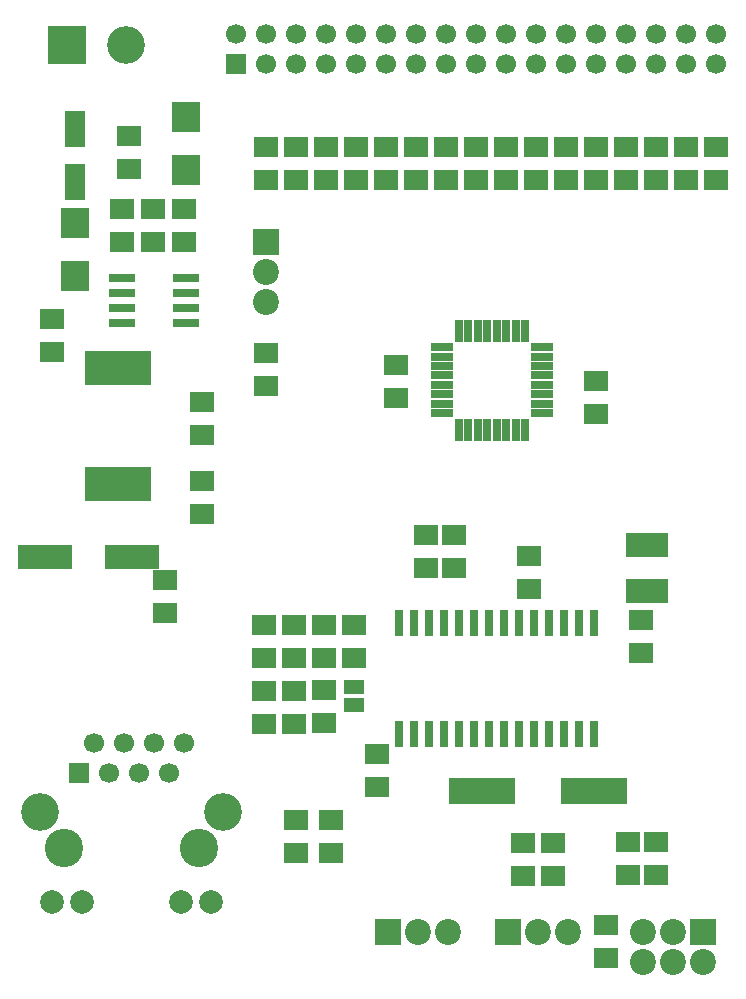
<source format=gbr>
G04 DipTrace 3.0.0.1*
G04 Top Mask.gbr*
%MOMM*%
G04 #@! TF.FileFunction,Soldermask,Top*
G04 #@! TF.Part,Single*
%ADD42C,2.0*%
%ADD48C,3.25*%
%ADD57R,5.7X2.2*%
%ADD59R,3.2X3.2*%
%ADD61C,2.2*%
%ADD62R,2.2X2.2*%
%ADD64C,1.6986*%
%ADD66R,1.6986X1.6986*%
%ADD68R,2.4X2.5*%
%ADD70R,2.2X0.8*%
%ADD72R,1.75X1.2*%
%ADD74R,5.6X3.0*%
%ADD77C,3.2*%
%ADD79C,1.7*%
%ADD81R,1.7X1.7*%
%ADD83R,0.8X2.2*%
%ADD85R,0.7X1.9*%
%ADD87R,1.9X0.7*%
%ADD89R,4.6X2.0*%
%ADD91R,3.6X2.1*%
%ADD93R,2.0X1.8*%
%ADD95R,1.8X3.15*%
%FSLAX35Y35*%
G04*
G71*
G90*
G75*
G01*
G04 TopMask*
%LPD*%
D95*
X936723Y-2016337D3*
Y-1566337D3*
D93*
X1397197Y-1905157D3*
Y-1625157D3*
X746203Y-3175333D3*
Y-3455333D3*
X3651250Y-3841750D3*
Y-3561750D3*
X5349877Y-3981750D3*
Y-3701750D3*
D91*
X5778500Y-5476877D3*
Y-5086877D3*
D93*
X1698803Y-5382190D3*
Y-5662190D3*
D89*
X682697Y-5191670D3*
X1422697D3*
D93*
X5730877Y-6000750D3*
Y-5720750D3*
X3048000Y-5765500D3*
Y-6045500D3*
Y-6598250D3*
Y-6318250D3*
X3492500Y-6858000D3*
Y-7138000D3*
X4731247Y-7890703D3*
Y-7610703D3*
X4985247Y-7890703D3*
Y-7610703D3*
D87*
X4048123Y-3413127D3*
Y-3493127D3*
Y-3573127D3*
Y-3653127D3*
Y-3733127D3*
Y-3813127D3*
Y-3893127D3*
Y-3973127D3*
D85*
X4188123Y-4113127D3*
X4268123D3*
X4348123D3*
X4428123D3*
X4508123D3*
X4588123D3*
X4668123D3*
X4748123D3*
D87*
X4888123Y-3973127D3*
Y-3893127D3*
Y-3813127D3*
Y-3733127D3*
Y-3653127D3*
Y-3573127D3*
Y-3493127D3*
Y-3413127D3*
D85*
X4748123Y-3273127D3*
X4668123D3*
X4588123D3*
X4508123D3*
X4428123D3*
X4348123D3*
X4268123D3*
X4188123D3*
D83*
X5334000Y-5746750D3*
X5207000D3*
X5080000D3*
X4953000D3*
X4826000D3*
X4699000D3*
X4572000D3*
X4445000D3*
X4318000D3*
X4191000D3*
X4064000D3*
X3937000D3*
X3810000D3*
X3683000D3*
Y-6686750D3*
X3810000D3*
X3937000D3*
X4064000D3*
X4191000D3*
X4318000D3*
X4445000D3*
X4572000D3*
X4699000D3*
X4826000D3*
X4953000D3*
X5080000D3*
X5207000D3*
X5334000D3*
D81*
X968477Y-7017487D3*
D79*
X1095477Y-6763487D3*
X1222477Y-7017487D3*
X1349477Y-6763487D3*
X1476477Y-7017487D3*
X1603477Y-6763487D3*
X1730477Y-7017487D3*
X1857477Y-6763487D3*
D77*
X638477Y-7347487D3*
X2187477D3*
D42*
X739477Y-8109487D3*
X993477D3*
X1832477D3*
X2086477D3*
D48*
X841477Y-7652487D3*
X1984477D3*
D74*
X1301887Y-3588127D3*
Y-4568127D3*
D72*
X3302000Y-6440873D3*
Y-6290873D3*
D93*
X2555877Y-2000250D3*
Y-1720250D3*
X2809877Y-2000250D3*
Y-1720250D3*
X3063877Y-2000250D3*
Y-1720250D3*
X3317877Y-2000250D3*
Y-1720250D3*
X3571877Y-2000250D3*
Y-1720250D3*
X3825877Y-2000250D3*
Y-1720250D3*
X4079877Y-2000250D3*
Y-1720250D3*
X4333877Y-2000250D3*
Y-1720250D3*
X4587877Y-2000250D3*
Y-1720250D3*
X4841877Y-2000250D3*
Y-1720250D3*
X5095873Y-2000250D3*
Y-1720250D3*
X5349877Y-2000250D3*
Y-1720250D3*
X5603877Y-2000250D3*
Y-1720250D3*
X5857877Y-2000250D3*
Y-1720250D3*
X6111877Y-2000250D3*
Y-1720250D3*
X6365877Y-2000250D3*
Y-1720250D3*
X1333697Y-2524390D3*
Y-2244390D3*
X1600693Y-2521513D3*
Y-2241513D3*
X1857570Y-2524390D3*
Y-2244390D3*
X2555873Y-3746500D3*
Y-3466500D3*
X2016127Y-4159250D3*
Y-3879250D3*
Y-4826000D3*
Y-4546000D3*
X3905250Y-5003500D3*
Y-5283500D3*
X4143373D3*
Y-5003500D3*
X4778373Y-5461000D3*
Y-5181000D3*
X2540000Y-5765500D3*
Y-6045500D3*
X2794000Y-5765500D3*
Y-6045500D3*
X3302000D3*
Y-5765500D3*
X2540000Y-6601127D3*
Y-6321127D3*
X2794000Y-6601127D3*
Y-6321127D3*
X5619750Y-7604127D3*
Y-7884127D3*
X5857877Y-7604127D3*
Y-7884127D3*
X2810170Y-7700183D3*
Y-7420183D3*
X3108937Y-7697293D3*
Y-7417293D3*
X5429820Y-8589277D3*
Y-8309277D3*
D70*
X1333640Y-2826047D3*
Y-2953047D3*
Y-3080047D3*
Y-3207047D3*
X1873640D3*
Y-3080047D3*
Y-2953047D3*
Y-2826047D3*
D68*
X1873447Y-1460653D3*
Y-1910653D3*
X936723Y-2810170D3*
Y-2360170D3*
D66*
X2301873Y-1016000D3*
D64*
X2555873Y-1015960D3*
X2809873D3*
X3063873D3*
X3317873D3*
X3571873D3*
X3825873D3*
X4079873D3*
X4333873D3*
X4587873D3*
X4841873D3*
X5095873D3*
X5349873D3*
X2301873Y-761960D3*
X2555873D3*
X2809873D3*
X3063873D3*
X3317873D3*
X3571873D3*
X3825873D3*
X4079873D3*
X4333873D3*
X4587873D3*
X4841873D3*
X5095873D3*
X5349873D3*
X5603873Y-1015960D3*
X5857873D3*
X6111873D3*
X6365873D3*
X5603873Y-761960D3*
X5857873D3*
X6111873D3*
X6365873D3*
D62*
X2555873Y-2524123D3*
D61*
Y-2778123D3*
Y-3032123D3*
D62*
X3588180Y-8367003D3*
D61*
X3842180D3*
X4096180D3*
D62*
X4604233D3*
D61*
X4858233D3*
X5112233D3*
D62*
X6255407D3*
D61*
X6001407D3*
X5747407D3*
Y-8621003D3*
X6001407D3*
X6255407D3*
D59*
X873127Y-857250D3*
D77*
X1373127D3*
D57*
X5334000Y-7175500D3*
X4384000D3*
M02*

</source>
